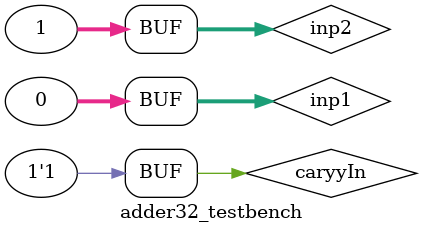
<source format=v>
`timescale 1 ps / 1 ps
module adder32_testbench();

	reg [31:0] inp1,inp2;
	reg caryyIn;
	wire carryOut;
	wire [31:0] result;
	
	
	adder32 adderInst(.A(inp1),.B(inp2),.c_in(caryyIn),.c_out(carryOut),.R(result));
	
	initial
		begin
			inp1 = 32'b0010_0000_0000_0010_0000_0000_0010_0101;
			inp2 = 32'b0000_0000_0000_0010_0000_0100_0010_0001;
			caryyIn = 1'b0;
			#5;
			
			inp1 = 32'b0010_0000_0000_0010_0000_0000_0010_0101;
			inp2 = 32'b0000_0000_0000_0010_0000_0100_0010_0001;
			caryyIn = 1'b1;
			#5;
			
			inp1 = 32'b0000_0000_0000_0000_0000_0000_0000_0000;
			inp2 = 32'b0000_0000_0000_0000_0000_0000_0000_0001;
			caryyIn = 1'b1;
			#5;
		end
		
		initial
			begin
				$monitor("Adder TestBench");
				$monitor("****-ADD- time = %2d ****\ninput1 = %32b\ninput2 = %32b\ncaryyIn = %1b\ncarryOut = %1b, result = %32b",$time,inp1,inp2,caryyIn,carryOut,result);
			end




endmodule
</source>
